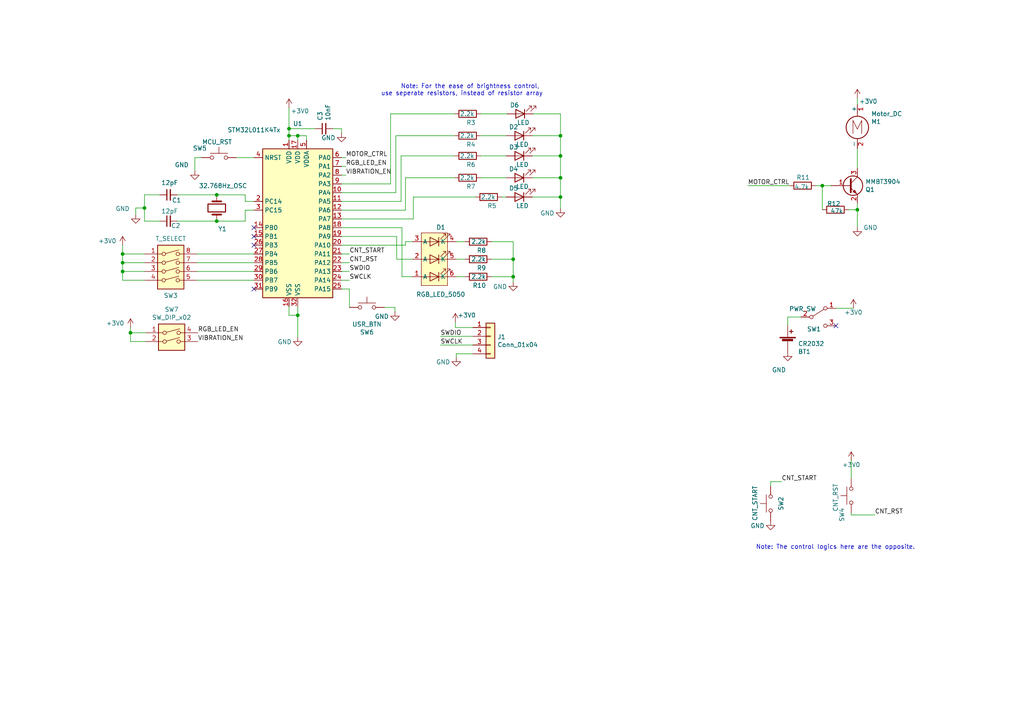
<source format=kicad_sch>
(kicad_sch (version 20200512) (host eeschema "(5.99.0-1734-g575ad7128)")
  (page 1 1)
  (paper "A4")
  (lib_symbols
    (symbol "Connector_Generic:Conn_01x04" (pin_names hide)
      (property "Reference" "J" (at 0 5.08 0))
      (property "Value" "Conn_01x04" (at 0 -7.62 0))
      (symbol "Conn_01x04_1_1"
        (rectangle (start -1.27 -4.953) (end 0 -5.207))
        (rectangle (start -1.27 -2.413) (end 0 -2.667))
        (rectangle (start -1.27 2.667) (end 0 2.413))
        (rectangle (start -1.27 3.81) (end 1.27 -6.35) (stroke (width 0.254)) (fill (type background)))
        (rectangle (start -1.27 0.127) (end 0 -0.127))
        (pin passive line (at -5.08 2.54 0) (length 3.81) (name "Pin_1") (number "1"))
        (pin passive line (at -5.08 0 0) (length 3.81) (name "Pin_2") (number "2"))
        (pin passive line (at -5.08 -2.54 0) (length 3.81) (name "Pin_3") (number "3"))
        (pin passive line (at -5.08 -5.08 0) (length 3.81) (name "Pin_4") (number "4"))
      )
    )
    (symbol "DLY_Customized:RGB_LED_5050"
      (property "Reference" "D" (at -5.08 0 0))
      (property "Value" "RGB_LED_5050" (at -10.16 -2.54 0))
      (symbol "RGB_LED_5050_0_1"
        (rectangle (start -2.54 2.54) (end 12.7 -5.08) (fill (type background)))
        (polyline (pts (xy 0 -2.54) (xy 0 -5.08)))
        (polyline (pts (xy 0 -2.54) (xy 0 0)))
        (polyline (pts (xy 0 0) (xy 0 2.54)))
        (polyline (pts (xy 1.27 -2.54) (xy -1.27 -2.54)) (stroke (width 0.2032)))
        (polyline (pts (xy 5.08 -2.54) (xy 5.08 -5.08)))
        (polyline (pts (xy 5.08 -2.54) (xy 5.08 0)))
        (polyline (pts (xy 5.08 2.54) (xy 5.08 0)))
        (polyline (pts (xy 6.35 -2.54) (xy 3.81 -2.54)) (stroke (width 0.2032)))
        (polyline (pts (xy 10.16 -2.54) (xy 10.16 -5.08)))
        (polyline (pts (xy 10.16 -2.54) (xy 10.16 0)))
        (polyline (pts (xy 10.16 2.54) (xy 10.16 0)))
        (polyline (pts (xy 11.43 -2.54) (xy 8.89 -2.54)) (stroke (width 0.2032)))
        (polyline (pts (xy 1.27 0) (xy -1.27 0) (xy 0 -2.54) (xy 1.27 0)) (stroke (width 0.2032)))
        (polyline (pts (xy 6.35 0) (xy 3.81 0) (xy 5.08 -2.54) (xy 6.35 0)) (stroke (width 0.2032)))
        (polyline (pts (xy 11.43 0) (xy 8.89 0) (xy 10.16 -2.54) (xy 11.43 0)) (stroke (width 0.2032)))
        (polyline (pts (xy 0.762 -4.318) (xy 2.286 -5.842) (xy 2.286 -5.08) (xy 2.286 -5.842) (xy 1.524 -5.842)))
        (polyline (pts (xy 0.762 -3.048) (xy 2.286 -4.572) (xy 2.286 -3.81) (xy 2.286 -4.572) (xy 1.524 -4.572)))
        (polyline (pts (xy 5.842 -4.318) (xy 7.366 -5.842) (xy 7.366 -5.08) (xy 7.366 -5.842) (xy 6.604 -5.842)))
        (polyline (pts (xy 5.842 -3.048) (xy 7.366 -4.572) (xy 7.366 -3.81) (xy 7.366 -4.572) (xy 6.604 -4.572)))
        (polyline (pts (xy 10.922 -4.318) (xy 12.446 -5.842) (xy 12.446 -5.08) (xy 12.446 -5.842) (xy 11.684 -5.842)))
        (polyline (pts (xy 10.922 -3.048) (xy 12.446 -4.572) (xy 12.446 -3.81) (xy 12.446 -4.572) (xy 11.684 -4.572)))
      )
      (symbol "RGB_LED_5050_1_1"
        (pin passive line (at 0 5.08 270) (length 2.54) (name "A") (number "1"))
        (pin passive line (at 5.08 5.08 270) (length 2.54) (name "A") (number "2"))
        (pin passive line (at 10.16 5.08 270) (length 2.54) (name "A") (number "3"))
        (pin passive line (at 10.16 -7.62 90) (length 2.54) (name "K") (number "4"))
        (pin passive line (at 5.08 -7.62 90) (length 2.54) (name "K") (number "5"))
        (pin passive line (at 0 -7.62 90) (length 2.54) (name "K") (number "6"))
      )
    )
    (symbol "Device:Battery_Cell" (pin_numbers hide) (pin_names (offset 0) hide)
      (property "Reference" "BT" (at 2.54 2.54 0))
      (property "Value" "Battery_Cell" (at 2.54 0 0))
      (symbol "Battery_Cell_0_1"
        (rectangle (start -2.286 1.778) (end 2.286 1.524) (fill (type outline)))
        (rectangle (start -1.5748 1.1938) (end 1.4732 0.6858) (fill (type outline)))
        (polyline (pts (xy 0 0.762) (xy 0 0)))
        (polyline (pts (xy 0 1.778) (xy 0 2.54)))
        (polyline (pts (xy 0.508 3.429) (xy 1.524 3.429)) (stroke (width 0.254)))
        (polyline (pts (xy 1.016 3.937) (xy 1.016 2.921)) (stroke (width 0.254)))
      )
      (symbol "Battery_Cell_1_1"
        (pin passive line (at 0 5.08 270) (length 2.54) (name "+") (number "1"))
        (pin passive line (at 0 -2.54 90) (length 2.54) (name "-") (number "2"))
      )
    )
    (symbol "Device:C_Small" (pin_numbers hide) (pin_names (offset 0.254) hide)
      (property "Reference" "C" (at 0.254 1.778 0))
      (property "Value" "C_Small" (at 0.254 -2.032 0))
      (symbol "C_Small_0_1"
        (polyline (pts (xy -1.524 -0.508) (xy 1.524 -0.508)) (stroke (width 0.3302)))
        (polyline (pts (xy -1.524 0.508) (xy 1.524 0.508)) (stroke (width 0.3048)))
      )
      (symbol "C_Small_1_1"
        (pin passive line (at 0 2.54 270) (length 2.032) (name "~") (number "1"))
        (pin passive line (at 0 -2.54 90) (length 2.032) (name "~") (number "2"))
      )
    )
    (symbol "Device:Crystal" (pin_numbers hide) (pin_names hide)
      (property "Reference" "Y" (at 0 3.81 0))
      (property "Value" "Crystal" (at 0 -3.81 0))
      (symbol "Crystal_0_1"
        (rectangle (start -1.143 2.54) (end 1.143 -2.54) (stroke (width 0.3048)))
        (polyline (pts (xy -2.54 0) (xy -1.905 0)))
        (polyline (pts (xy -1.905 -1.27) (xy -1.905 1.27)) (stroke (width 0.508)))
        (polyline (pts (xy 1.905 -1.27) (xy 1.905 1.27)) (stroke (width 0.508)))
        (polyline (pts (xy 2.54 0) (xy 1.905 0)))
      )
      (symbol "Crystal_1_1"
        (pin passive line (at -3.81 0 0) (length 1.27) (name "1") (number "1"))
        (pin passive line (at 3.81 0 180) (length 1.27) (name "2") (number "2"))
      )
    )
    (symbol "Device:LED" (pin_numbers hide) (pin_names hide)
      (property "Reference" "D" (at 0 2.54 0))
      (property "Value" "LED" (at 0 -2.54 0))
      (symbol "LED_0_1"
        (polyline (pts (xy -1.27 -1.27) (xy -1.27 1.27)) (stroke (width 0.254)))
        (polyline (pts (xy -1.27 0) (xy 1.27 0)))
        (polyline (pts (xy 1.27 -1.27) (xy 1.27 1.27) (xy -1.27 0) (xy 1.27 -1.27)) (stroke (width 0.254)))
        (polyline (pts (xy -3.048 -0.762) (xy -4.572 -2.286) (xy -3.81 -2.286) (xy -4.572 -2.286) (xy -4.572 -1.524)))
        (polyline (pts (xy -1.778 -0.762) (xy -3.302 -2.286) (xy -2.54 -2.286) (xy -3.302 -2.286) (xy -3.302 -1.524)))
      )
      (symbol "LED_1_1"
        (pin passive line (at -3.81 0 0) (length 2.54) (name "K") (number "1"))
        (pin passive line (at 3.81 0 180) (length 2.54) (name "A") (number "2"))
      )
    )
    (symbol "Device:R" (pin_numbers hide) (pin_names (offset 0))
      (property "Reference" "R" (at 2.032 0 90))
      (property "Value" "R" (at 0 0 90))
      (symbol "R_0_1"
        (rectangle (start -1.016 -2.54) (end 1.016 2.54) (stroke (width 0.254)))
      )
      (symbol "R_1_1"
        (pin passive line (at 0 3.81 270) (length 1.27) (name "~") (number "1"))
        (pin passive line (at 0 -3.81 90) (length 1.27) (name "~") (number "2"))
      )
    )
    (symbol "MCU_ST_STM32L0:STM32L011K4Tx" (pin_names (offset 0.508))
      (property "Reference" "U" (at -10.16 21.59 0))
      (property "Value" "STM32L011K4Tx" (at 5.08 21.59 0))
      (symbol "STM32L011K4Tx_0_1"
        (rectangle (start -10.16 -22.86) (end 10.16 20.32) (stroke (width 0.254)) (fill (type background)))
      )
      (symbol "STM32L011K4Tx_1_1"
        (pin input line (at -12.7 17.78 0) (length 2.54) (name "NRST") (number "4"))
        (pin bidirectional line (at 12.7 17.78 180) (length 2.54) (name "PA0") (number "6"))
        (pin bidirectional line (at 12.7 15.24 180) (length 2.54) (name "PA1") (number "7"))
        (pin bidirectional line (at 12.7 -7.62 180) (length 2.54) (name "PA10") (number "20"))
        (pin bidirectional line (at 12.7 -10.16 180) (length 2.54) (name "PA11") (number "21"))
        (pin bidirectional line (at 12.7 -12.7 180) (length 2.54) (name "PA12") (number "22"))
        (pin bidirectional line (at 12.7 -15.24 180) (length 2.54) (name "PA13") (number "23"))
        (pin bidirectional line (at 12.7 -17.78 180) (length 2.54) (name "PA14") (number "24"))
        (pin bidirectional line (at 12.7 -20.32 180) (length 2.54) (name "PA15") (number "25"))
        (pin bidirectional line (at 12.7 12.7 180) (length 2.54) (name "PA2") (number "8"))
        (pin bidirectional line (at 12.7 10.16 180) (length 2.54) (name "PA3") (number "9"))
        (pin bidirectional line (at 12.7 7.62 180) (length 2.54) (name "PA4") (number "10"))
        (pin bidirectional line (at 12.7 5.08 180) (length 2.54) (name "PA5") (number "11"))
        (pin bidirectional line (at 12.7 2.54 180) (length 2.54) (name "PA6") (number "12"))
        (pin bidirectional line (at 12.7 0 180) (length 2.54) (name "PA7") (number "13"))
        (pin bidirectional line (at 12.7 -2.54 180) (length 2.54) (name "PA8") (number "18"))
        (pin bidirectional line (at 12.7 -5.08 180) (length 2.54) (name "PA9") (number "19"))
        (pin bidirectional line (at -12.7 -2.54 0) (length 2.54) (name "PB0") (number "14"))
        (pin bidirectional line (at -12.7 -5.08 0) (length 2.54) (name "PB1") (number "15"))
        (pin bidirectional line (at -12.7 -7.62 0) (length 2.54) (name "PB3") (number "26"))
        (pin bidirectional line (at -12.7 -10.16 0) (length 2.54) (name "PB4") (number "27"))
        (pin bidirectional line (at -12.7 -12.7 0) (length 2.54) (name "PB5") (number "28"))
        (pin bidirectional line (at -12.7 -15.24 0) (length 2.54) (name "PB6") (number "29"))
        (pin bidirectional line (at -12.7 -17.78 0) (length 2.54) (name "PB7") (number "30"))
        (pin bidirectional line (at -12.7 -20.32 0) (length 2.54) (name "PB9") (number "31"))
        (pin bidirectional line (at -12.7 5.08 0) (length 2.54) (name "PC14") (number "2"))
        (pin bidirectional line (at -12.7 2.54 0) (length 2.54) (name "PC15") (number "3"))
        (pin power_in line (at -2.54 22.86 270) (length 2.54) (name "VDD") (number "1"))
        (pin power_in line (at 0 22.86 270) (length 2.54) (name "VDD") (number "17"))
        (pin power_in line (at 2.54 22.86 270) (length 2.54) (name "VDDA") (number "5"))
        (pin power_in line (at -2.54 -25.4 90) (length 2.54) (name "VSS") (number "16"))
        (pin power_in line (at 0 -25.4 90) (length 2.54) (name "VSS") (number "32"))
      )
    )
    (symbol "Motor:Motor_DC" (pin_names (offset 0))
      (property "Reference" "M" (at 2.54 2.54 0))
      (property "Value" "Motor_DC" (at 2.54 -5.08 0))
      (symbol "Motor_DC_0_1"
        (circle (center 0 -1.524) (radius 3.2512) (stroke (width 0.254)))
        (polyline (pts (xy 0 -7.62) (xy 0 -7.112)))
        (polyline (pts (xy 0 -4.7752) (xy 0 -5.1816)))
        (polyline (pts (xy 0 1.7272) (xy 0 2.0828)))
        (polyline (pts (xy 0 2.032) (xy 0 2.54)))
      )
      (symbol "Motor_DC_0_0"
        (polyline (pts (xy -1.27 -3.302) (xy -1.27 0.508) (xy 0 -2.032) (xy 1.27 0.508) (xy 1.27 -3.302)))
      )
      (symbol "Motor_DC_1_1"
        (pin passive line (at 0 5.08 270) (length 2.54) (name "+") (number "1"))
        (pin passive line (at 0 -7.62 90) (length 2.54) (name "-") (number "2"))
      )
    )
    (symbol "Switch:SW_DIP_x02" (pin_names (offset 0) hide)
      (property "Reference" "SW" (at 0 6.35 0))
      (property "Value" "SW_DIP_x02" (at 0 -3.81 0))
      (symbol "SW_DIP_x02_0_0"
        (circle (center -2.032 0) (radius 0.508))
        (circle (center -2.032 2.54) (radius 0.508))
        (circle (center 2.032 0) (radius 0.508))
        (circle (center 2.032 2.54) (radius 0.508))
        (polyline (pts (xy -1.524 0.127) (xy 2.3622 1.1684)))
        (polyline (pts (xy -1.524 2.667) (xy 2.3622 3.7084)))
      )
      (symbol "SW_DIP_x02_0_1"
        (rectangle (start -3.81 5.08) (end 3.81 -2.54) (stroke (width 0.254)) (fill (type background)))
      )
      (symbol "SW_DIP_x02_1_1"
        (pin passive line (at -7.62 2.54 0) (length 5.08) (name "~") (number "1"))
        (pin passive line (at -7.62 0 0) (length 5.08) (name "~") (number "2"))
        (pin passive line (at 7.62 0 180) (length 5.08) (name "~") (number "3"))
        (pin passive line (at 7.62 2.54 180) (length 5.08) (name "~") (number "4"))
      )
    )
    (symbol "Switch:SW_DIP_x04" (pin_names (offset 0) hide)
      (property "Reference" "SW" (at 0 8.89 0))
      (property "Value" "SW_DIP_x04" (at 0 -6.35 0))
      (symbol "SW_DIP_x04_0_0"
        (circle (center -2.032 -2.54) (radius 0.508))
        (circle (center -2.032 0) (radius 0.508))
        (circle (center -2.032 2.54) (radius 0.508))
        (circle (center -2.032 5.08) (radius 0.508))
        (circle (center 2.032 -2.54) (radius 0.508))
        (circle (center 2.032 0) (radius 0.508))
        (circle (center 2.032 2.54) (radius 0.508))
        (circle (center 2.032 5.08) (radius 0.508))
        (polyline (pts (xy -1.524 -2.3876) (xy 2.3622 -1.3462)))
        (polyline (pts (xy -1.524 0.127) (xy 2.3622 1.1684)))
        (polyline (pts (xy -1.524 2.667) (xy 2.3622 3.7084)))
        (polyline (pts (xy -1.524 5.207) (xy 2.3622 6.2484)))
      )
      (symbol "SW_DIP_x04_0_1"
        (rectangle (start -3.81 7.62) (end 3.81 -5.08) (stroke (width 0.254)) (fill (type background)))
      )
      (symbol "SW_DIP_x04_1_1"
        (pin passive line (at -7.62 5.08 0) (length 5.08) (name "~") (number "1"))
        (pin passive line (at -7.62 2.54 0) (length 5.08) (name "~") (number "2"))
        (pin passive line (at -7.62 0 0) (length 5.08) (name "~") (number "3"))
        (pin passive line (at -7.62 -2.54 0) (length 5.08) (name "~") (number "4"))
        (pin passive line (at 7.62 -2.54 180) (length 5.08) (name "~") (number "5"))
        (pin passive line (at 7.62 0 180) (length 5.08) (name "~") (number "6"))
        (pin passive line (at 7.62 2.54 180) (length 5.08) (name "~") (number "7"))
        (pin passive line (at 7.62 5.08 180) (length 5.08) (name "~") (number "8"))
      )
    )
    (symbol "Switch:SW_Push" (pin_numbers hide) (pin_names hide)
      (property "Reference" "SW" (at 1.27 2.54 0))
      (property "Value" "SW_Push" (at 0 -1.524 0))
      (symbol "SW_Push_0_1"
        (circle (center -2.032 0) (radius 0.508))
        (circle (center 2.032 0) (radius 0.508))
        (polyline (pts (xy 0 1.27) (xy 0 3.048)))
        (polyline (pts (xy 2.54 1.27) (xy -2.54 1.27)))
        (pin passive line (at -5.08 0 0) (length 2.54) (name "1") (number "1"))
        (pin passive line (at 5.08 0 180) (length 2.54) (name "2") (number "2"))
      )
    )
    (symbol "Switch:SW_SPDT" (pin_names (offset 0) hide)
      (property "Reference" "SW" (at 0 4.318 0))
      (property "Value" "SW_SPDT" (at 0 -5.08 0))
      (symbol "SW_SPDT_0_0"
        (circle (center -2.032 0) (radius 0.508))
        (circle (center 2.032 -2.54) (radius 0.508))
      )
      (symbol "SW_SPDT_0_1"
        (circle (center 2.032 2.54) (radius 0.508))
        (polyline (pts (xy -1.524 0.254) (xy 1.651 2.286)))
      )
      (symbol "SW_SPDT_1_1"
        (pin passive line (at 5.08 2.54 180) (length 2.54) (name "A") (number "1"))
        (pin passive line (at -5.08 0 0) (length 2.54) (name "B") (number "2"))
        (pin passive line (at 5.08 -2.54 180) (length 2.54) (name "C") (number "3"))
      )
    )
    (symbol "Transistor_BJT:MMBT3904" (pin_names (offset 0) hide)
      (property "Reference" "Q" (at 5.08 1.905 0))
      (property "Value" "MMBT3904" (at 5.08 0 0))
      (symbol "MMBT3904_0_1"
        (circle (center 1.27 0) (radius 2.8194) (stroke (width 0.254)))
        (polyline (pts (xy 0.635 0.635) (xy 2.54 2.54)))
        (polyline (pts (xy 0.635 -0.635) (xy 2.54 -2.54) (xy 2.54 -2.54)))
        (polyline (pts (xy 0.635 1.905) (xy 0.635 -1.905) (xy 0.635 -1.905)) (stroke (width 0.508)))
        (polyline (pts (xy 1.27 -1.778) (xy 1.778 -1.27) (xy 2.286 -2.286) (xy 1.27 -1.778) (xy 1.27 -1.778)) (fill (type outline)))
      )
      (symbol "MMBT3904_1_1"
        (pin input line (at -5.08 0 0) (length 5.715) (name "B") (number "1"))
        (pin passive line (at 2.54 -5.08 90) (length 2.54) (name "E") (number "2"))
        (pin passive line (at 2.54 5.08 270) (length 2.54) (name "C") (number "3"))
      )
    )
    (symbol "power:+3V0" (power) (pin_names (offset 0))
      (property "Value" "+3V0" (at 0 3.556 0))
      (symbol "+3V0_0_1"
        (polyline (pts (xy -0.762 1.27) (xy 0 2.54)))
        (polyline (pts (xy 0 0) (xy 0 2.54)))
        (polyline (pts (xy 0 2.54) (xy 0.762 1.27)))
      )
      (symbol "+3V0_1_1"
        (pin power_in line (at 0 0 90) (length 0) (name "+3V0") (number "1") hide)
      )
    )
    (symbol "power:GND" (power) (pin_names (offset 0))
      (property "Value" "GND" (at 0 -3.81 0))
      (symbol "GND_0_1"
        (polyline (pts (xy 0 0) (xy 0 -1.27) (xy 1.27 -1.27) (xy 0 -2.54) (xy -1.27 -1.27) (xy 0 -1.27)))
      )
      (symbol "GND_1_1"
        (pin power_in line (at 0 0 270) (length 0) (name "GND") (number "1") hide)
      )
    )
  )
  (junction (at 35.56 73.66))
  (junction (at 35.56 76.2))
  (junction (at 35.56 78.74))
  (junction (at 37.846 96.52))
  (junction (at 41.91 60.325))
  (junction (at 62.865 56.515))
  (junction (at 62.865 64.135))
  (junction (at 83.82 37.338))
  (junction (at 83.82 39.37))
  (junction (at 86.36 39.37))
  (junction (at 86.36 91.44))
  (junction (at 148.844 75.184))
  (junction (at 148.844 80.264))
  (junction (at 162.56 39.37))
  (junction (at 162.56 45.212))
  (junction (at 162.56 51.562))
  (junction (at 162.56 57.15))
  (junction (at 238.506 53.848))
  (junction (at 248.666 60.833))
  (no_connect (at 242.443 94.488))
  (no_connect (at 73.66 71.12))
  (no_connect (at 73.66 83.82))
  (no_connect (at 73.66 68.58))
  (no_connect (at 73.66 66.04))
  (wire (pts (xy 35.56 73.66) (xy 35.56 71.12)))
  (wire (pts (xy 35.56 76.2) (xy 35.56 73.66)))
  (wire (pts (xy 35.56 78.74) (xy 35.56 76.2)))
  (wire (pts (xy 35.56 81.28) (xy 35.56 78.74)))
  (wire (pts (xy 37.846 94.996) (xy 37.846 96.52)))
  (wire (pts (xy 37.846 96.52) (xy 37.846 99.06)))
  (wire (pts (xy 39.37 60.325) (xy 41.91 60.325)))
  (wire (pts (xy 39.37 62.23) (xy 39.37 60.325)))
  (wire (pts (xy 41.91 56.515) (xy 41.91 60.325)))
  (wire (pts (xy 41.91 60.325) (xy 41.91 64.135)))
  (wire (pts (xy 41.91 64.135) (xy 46.355 64.135)))
  (wire (pts (xy 41.91 73.66) (xy 35.56 73.66)))
  (wire (pts (xy 41.91 76.2) (xy 35.56 76.2)))
  (wire (pts (xy 41.91 78.74) (xy 35.56 78.74)))
  (wire (pts (xy 41.91 81.28) (xy 35.56 81.28)))
  (wire (pts (xy 42.164 96.52) (xy 37.846 96.52)))
  (wire (pts (xy 42.164 99.06) (xy 37.846 99.06)))
  (wire (pts (xy 46.355 56.515) (xy 41.91 56.515)))
  (wire (pts (xy 51.435 56.515) (xy 62.865 56.515)))
  (wire (pts (xy 51.435 64.135) (xy 62.865 64.135)))
  (wire (pts (xy 56.515 45.72) (xy 56.515 49.53)))
  (wire (pts (xy 57.15 73.66) (xy 73.66 73.66)))
  (wire (pts (xy 57.15 76.2) (xy 73.66 76.2)))
  (wire (pts (xy 57.15 78.74) (xy 73.66 78.74)))
  (wire (pts (xy 57.15 81.28) (xy 73.66 81.28)))
  (wire (pts (xy 58.42 45.72) (xy 56.515 45.72)))
  (wire (pts (xy 62.865 56.515) (xy 71.12 56.515)))
  (wire (pts (xy 68.58 45.72) (xy 73.66 45.72)))
  (wire (pts (xy 71.12 56.515) (xy 71.12 58.42)))
  (wire (pts (xy 71.12 58.42) (xy 73.66 58.42)))
  (wire (pts (xy 71.12 60.96) (xy 71.12 64.135)))
  (wire (pts (xy 71.12 64.135) (xy 62.865 64.135)))
  (wire (pts (xy 73.66 60.96) (xy 71.12 60.96)))
  (wire (pts (xy 83.82 31.242) (xy 83.82 37.338)))
  (wire (pts (xy 83.82 37.338) (xy 83.82 39.37)))
  (wire (pts (xy 83.82 37.338) (xy 91.44 37.338)))
  (wire (pts (xy 83.82 39.37) (xy 83.82 40.64)))
  (wire (pts (xy 83.82 88.9) (xy 83.82 91.44)))
  (wire (pts (xy 83.82 91.44) (xy 86.36 91.44)))
  (wire (pts (xy 86.36 39.37) (xy 83.82 39.37)))
  (wire (pts (xy 86.36 40.64) (xy 86.36 39.37)))
  (wire (pts (xy 86.36 88.9) (xy 86.36 91.44)))
  (wire (pts (xy 86.36 91.44) (xy 86.36 97.79)))
  (wire (pts (xy 88.9 39.37) (xy 86.36 39.37)))
  (wire (pts (xy 88.9 40.64) (xy 88.9 39.37)))
  (wire (pts (xy 99.06 37.338) (xy 96.52 37.338)))
  (wire (pts (xy 99.06 38.608) (xy 99.06 37.338)))
  (wire (pts (xy 99.06 45.72) (xy 100.33 45.72)))
  (wire (pts (xy 99.06 48.26) (xy 100.33 48.26)))
  (wire (pts (xy 99.06 50.8) (xy 100.33 50.8)))
  (wire (pts (xy 99.06 53.34) (xy 113.284 53.34)))
  (wire (pts (xy 99.06 55.88) (xy 114.808 55.88)))
  (wire (pts (xy 99.06 60.96) (xy 117.602 60.96)))
  (wire (pts (xy 99.06 68.58) (xy 115.062 68.58)))
  (wire (pts (xy 99.06 71.12) (xy 117.602 71.12)))
  (wire (pts (xy 99.06 73.66) (xy 101.346 73.66)))
  (wire (pts (xy 99.06 76.2) (xy 101.346 76.2)))
  (wire (pts (xy 99.06 78.74) (xy 101.346 78.74)))
  (wire (pts (xy 99.06 81.28) (xy 101.346 81.28)))
  (wire (pts (xy 99.06 83.82) (xy 101.346 83.82)))
  (wire (pts (xy 101.346 83.82) (xy 101.346 89.154)))
  (wire (pts (xy 113.284 33.02) (xy 113.284 53.34)))
  (wire (pts (xy 113.284 33.02) (xy 131.826 33.02)))
  (wire (pts (xy 114.554 89.154) (xy 111.506 89.154)))
  (wire (pts (xy 114.554 90.424) (xy 114.554 89.154)))
  (wire (pts (xy 114.808 39.37) (xy 131.826 39.37)))
  (wire (pts (xy 114.808 55.88) (xy 114.808 39.37)))
  (wire (pts (xy 115.062 68.58) (xy 115.062 75.184)))
  (wire (pts (xy 115.062 75.184) (xy 119.634 75.184)))
  (wire (pts (xy 116.332 45.212) (xy 116.332 58.42)))
  (wire (pts (xy 116.332 45.212) (xy 131.826 45.212)))
  (wire (pts (xy 116.332 58.42) (xy 99.06 58.42)))
  (wire (pts (xy 116.586 66.04) (xy 99.06 66.04)))
  (wire (pts (xy 116.586 66.04) (xy 116.586 80.264)))
  (wire (pts (xy 116.586 80.264) (xy 119.634 80.264)))
  (wire (pts (xy 117.602 51.562) (xy 117.602 60.96)))
  (wire (pts (xy 117.602 51.562) (xy 131.826 51.562)))
  (wire (pts (xy 117.602 70.104) (xy 117.602 71.12)))
  (wire (pts (xy 119.634 70.104) (xy 117.602 70.104)))
  (wire (pts (xy 119.888 57.15) (xy 119.888 63.5)))
  (wire (pts (xy 119.888 57.15) (xy 137.922 57.15)))
  (wire (pts (xy 119.888 63.5) (xy 99.06 63.5)))
  (wire (pts (xy 127.762 97.536) (xy 137.16 97.536)))
  (wire (pts (xy 127.762 100.076) (xy 137.16 100.076)))
  (wire (pts (xy 132.08 93.472) (xy 132.08 94.996)))
  (wire (pts (xy 132.08 94.996) (xy 137.16 94.996)))
  (wire (pts (xy 132.334 70.104) (xy 134.874 70.104)))
  (wire (pts (xy 132.334 75.184) (xy 134.874 75.184)))
  (wire (pts (xy 132.334 80.264) (xy 134.874 80.264)))
  (wire (pts (xy 132.334 102.616) (xy 137.16 102.616)))
  (wire (pts (xy 132.334 103.632) (xy 132.334 102.616)))
  (wire (pts (xy 139.446 33.02) (xy 147.066 33.02)))
  (wire (pts (xy 139.446 39.37) (xy 146.812 39.37)))
  (wire (pts (xy 139.446 45.212) (xy 146.812 45.212)))
  (wire (pts (xy 139.446 51.562) (xy 146.812 51.562)))
  (wire (pts (xy 142.494 70.104) (xy 148.844 70.104)))
  (wire (pts (xy 142.494 75.184) (xy 148.844 75.184)))
  (wire (pts (xy 142.494 80.264) (xy 148.844 80.264)))
  (wire (pts (xy 145.542 57.15) (xy 146.812 57.15)))
  (wire (pts (xy 148.844 75.184) (xy 148.844 70.104)))
  (wire (pts (xy 148.844 80.264) (xy 148.844 75.184)))
  (wire (pts (xy 148.844 80.264) (xy 148.844 81.788)))
  (wire (pts (xy 154.432 39.37) (xy 162.56 39.37)))
  (wire (pts (xy 154.432 45.212) (xy 162.56 45.212)))
  (wire (pts (xy 154.432 51.562) (xy 162.56 51.562)))
  (wire (pts (xy 154.432 57.15) (xy 162.56 57.15)))
  (wire (pts (xy 154.686 33.02) (xy 162.56 33.02)))
  (wire (pts (xy 162.56 33.02) (xy 162.56 39.37)))
  (wire (pts (xy 162.56 39.37) (xy 162.56 45.212)))
  (wire (pts (xy 162.56 45.212) (xy 162.56 51.562)))
  (wire (pts (xy 162.56 51.562) (xy 162.56 57.15)))
  (wire (pts (xy 162.56 57.15) (xy 162.56 60.452)))
  (wire (pts (xy 216.916 53.848) (xy 228.981 53.848)))
  (wire (pts (xy 223.52 139.7) (xy 223.52 140.97)))
  (wire (pts (xy 223.52 139.7) (xy 226.695 139.7)))
  (wire (pts (xy 228.473 91.948) (xy 228.473 94.488)))
  (wire (pts (xy 232.283 91.948) (xy 228.473 91.948)))
  (wire (pts (xy 236.601 53.848) (xy 238.506 53.848)))
  (wire (pts (xy 238.506 53.848) (xy 241.046 53.848)))
  (wire (pts (xy 238.506 60.833) (xy 238.506 53.848)))
  (wire (pts (xy 242.443 89.408) (xy 247.523 89.408)))
  (wire (pts (xy 246.126 60.833) (xy 248.666 60.833)))
  (wire (pts (xy 246.888 133.604) (xy 246.888 138.684)))
  (wire (pts (xy 246.888 148.844) (xy 246.888 149.352)))
  (wire (pts (xy 248.666 28.448) (xy 248.666 30.353)))
  (wire (pts (xy 248.666 43.053) (xy 248.666 48.768)))
  (wire (pts (xy 248.666 58.928) (xy 248.666 60.833)))
  (wire (pts (xy 248.666 60.833) (xy 248.666 65.913)))
  (wire (pts (xy 253.746 149.352) (xy 246.888 149.352)))
  (text "Note: For the ease of brightness control, \nuse seperate resistors, instead of resistor array\n" (at 157.48 27.94 0) (effects (font (size 1.27 1.27)) (justify right bottom)))
  (text "Note: The control logics here are the opposite." (at 265.43 159.512 180) (effects (font (size 1.27 1.27)) (justify right bottom)))
  (label "RGB_LED_EN" (at 57.404 96.52 0))
  (label "VIBRATION_EN" (at 57.404 99.06 0))
  (label "MOTOR_CTRL" (at 100.33 45.72 0))
  (label "RGB_LED_EN" (at 100.33 48.26 0))
  (label "VIBRATION_EN" (at 100.33 50.8 0))
  (label "CNT_START" (at 101.346 73.66 0))
  (label "CNT_RST" (at 101.346 76.2 0))
  (label "SWDIO" (at 101.346 78.74 0))
  (label "SWCLK" (at 101.346 81.28 0))
  (label "SWDIO" (at 127.762 97.536 0))
  (label "SWCLK" (at 127.762 100.076 0))
  (label "MOTOR_CTRL" (at 216.916 53.848 0))
  (label "CNT_START" (at 226.695 139.7 0))
  (label "CNT_RST" (at 253.746 149.352 0))
  (symbol (lib_id "power:+3V0") (at 35.56 71.12 0) (unit 1)
    (property "Reference" "#PWR0111" (effects hide))
    (property "Value" "+3V0" (at 31.115 69.8754 0))
  )
  (symbol (lib_id "power:+3V0") (at 37.846 94.996 0) (unit 1)
    (property "Reference" "#PWR0101" (effects hide))
    (property "Value" "+3V0" (at 33.401 93.7514 0))
  )
  (symbol (lib_id "power:+3V0") (at 83.82 31.242 0) (unit 1)
    (property "Reference" "#PWR0116" (effects hide))
    (property "Value" "+3V0" (at 86.995 32.2072 0))
  )
  (symbol (lib_id "power:+3V0") (at 132.08 93.472 0) (unit 1)
    (property "Reference" "#PWR0117" (effects hide))
    (property "Value" "+3V0" (at 135.382 91.44 0))
  )
  (symbol (lib_id "power:+3V0") (at 246.888 133.604 0) (unit 1)
    (property "Reference" "#PWR0103" (effects hide))
    (property "Value" "+3V0" (at 246.888 134.7978 0))
  )
  (symbol (lib_id "power:+3V0") (at 247.523 89.408 0) (unit 1)
    (property "Reference" "#PWR0113" (effects hide))
    (property "Value" "+3V0" (at 247.523 90.6018 0))
  )
  (symbol (lib_id "power:+3V0") (at 248.666 28.448 0) (unit 1)
    (property "Reference" "#PWR0108" (effects hide))
    (property "Value" "+3V0" (at 251.841 29.4132 0))
  )
  (symbol (lib_id "power:GND") (at 39.37 62.23 0) (unit 1)
    (property "Reference" "#PWR0112" (effects hide))
    (property "Value" "GND" (at 35.56 60.5282 0))
  )
  (symbol (lib_id "power:GND") (at 56.515 49.53 0) (unit 1)
    (property "Reference" "#PWR0110" (effects hide))
    (property "Value" "GND" (at 52.705 47.8282 0))
  )
  (symbol (lib_id "power:GND") (at 86.36 97.79 0) (unit 1)
    (property "Reference" "#PWR0104" (effects hide))
    (property "Value" "GND" (at 82.55 99.1616 0))
  )
  (symbol (lib_id "power:GND") (at 99.06 38.608 0) (unit 1)
    (property "Reference" "#PWR0119" (effects hide))
    (property "Value" "GND" (at 95.25 39.9796 0))
  )
  (symbol (lib_id "power:GND") (at 114.554 90.424 0) (unit 1)
    (property "Reference" "#PWR0115" (effects hide))
    (property "Value" "GND" (at 110.744 91.7956 0))
  )
  (symbol (lib_id "power:GND") (at 132.334 103.632 0) (unit 1)
    (property "Reference" "#PWR0118" (effects hide))
    (property "Value" "GND" (at 128.524 105.0036 0))
  )
  (symbol (lib_id "power:GND") (at 148.844 81.788 0) (unit 1)
    (property "Reference" "#PWR0107" (effects hide))
    (property "Value" "GND" (at 145.034 83.1596 0))
  )
  (symbol (lib_id "power:GND") (at 162.56 60.452 0) (unit 1)
    (property "Reference" "#PWR0106" (effects hide))
    (property "Value" "GND" (at 158.75 61.8236 0))
  )
  (symbol (lib_id "power:GND") (at 223.52 151.13 0) (unit 1)
    (property "Reference" "#PWR0105" (effects hide))
    (property "Value" "GND" (at 219.71 152.5016 0))
  )
  (symbol (lib_id "power:GND") (at 228.473 102.108 0) (unit 1)
    (property "Reference" "#PWR0114" (effects hide))
    (property "Value" "GND" (at 225.933 107.2896 0))
  )
  (symbol (lib_id "power:GND") (at 248.666 65.913 0) (unit 1)
    (property "Reference" "#PWR0109" (effects hide))
    (property "Value" "GND" (at 252.476 66.0146 0))
  )
  (symbol (lib_id "Device:R") (at 135.636 33.02 90) (unit 1)
    (property "Reference" "R3" (at 137.9474 35.56 90) (effects (justify left)))
    (property "Value" "2.2k" (at 137.6172 33.02 90) (effects (justify left)))
    (property "Footprint" "Resistor_SMD:R_0603_1608Metric" (effects hide))
  )
  (symbol (lib_id "Device:R") (at 135.636 39.37 90) (unit 1)
    (property "Reference" "R4" (at 137.9474 41.91 90) (effects (justify left)))
    (property "Value" "2.2k" (at 137.6172 39.37 90) (effects (justify left)))
    (property "Footprint" "Resistor_SMD:R_0603_1608Metric" (effects hide))
  )
  (symbol (lib_id "Device:R") (at 135.636 45.212 90) (unit 1)
    (property "Reference" "R6" (at 137.9474 47.752 90) (effects (justify left)))
    (property "Value" "2.2k" (at 137.6172 45.212 90) (effects (justify left)))
    (property "Footprint" "Resistor_SMD:R_0603_1608Metric" (effects hide))
  )
  (symbol (lib_id "Device:R") (at 135.636 51.562 90) (unit 1)
    (property "Reference" "R7" (at 137.9474 54.102 90) (effects (justify left)))
    (property "Value" "2.2k" (at 137.6172 51.562 90) (effects (justify left)))
    (property "Footprint" "Resistor_SMD:R_0603_1608Metric" (effects hide))
  )
  (symbol (lib_id "Device:R") (at 138.684 70.104 90) (unit 1)
    (property "Reference" "R8" (at 140.9954 72.644 90) (effects (justify left)))
    (property "Value" "2.2k" (at 140.9446 70.0786 90) (effects (justify left)))
    (property "Footprint" "Resistor_SMD:R_0603_1608Metric" (effects hide))
  )
  (symbol (lib_id "Device:R") (at 138.684 75.184 90) (unit 1)
    (property "Reference" "R9" (at 140.9954 77.724 90) (effects (justify left)))
    (property "Value" "2.2k" (at 140.9446 75.1586 90) (effects (justify left)))
    (property "Footprint" "Resistor_SMD:R_0603_1608Metric" (effects hide))
  )
  (symbol (lib_id "Device:R") (at 138.684 80.264 90) (unit 1)
    (property "Reference" "R10" (at 140.9954 82.804 90) (effects (justify left)))
    (property "Value" "2.2k" (at 140.9446 80.2386 90) (effects (justify left)))
    (property "Footprint" "Resistor_SMD:R_0603_1608Metric" (effects hide))
  )
  (symbol (lib_id "Device:R") (at 141.732 57.15 90) (unit 1)
    (property "Reference" "R5" (at 144.0434 59.69 90) (effects (justify left)))
    (property "Value" "2.2k" (at 143.7132 57.15 90) (effects (justify left)))
    (property "Footprint" "Resistor_SMD:R_0603_1608Metric" (effects hide))
  )
  (symbol (lib_id "Device:R") (at 232.791 53.848 90) (unit 1)
    (property "Reference" "R11" (at 232.9434 51.4604 90))
    (property "Value" "4.7k" (at 232.537 54.229 90))
    (property "Footprint" "Resistor_SMD:R_0603_1608Metric" (effects hide))
  )
  (symbol (lib_id "Device:R") (at 242.316 60.833 90) (unit 1)
    (property "Reference" "R12" (at 241.8334 59.0804 90))
    (property "Value" "47k" (at 242.697 61.214 90))
    (property "Footprint" "Resistor_SMD:R_0603_1608Metric" (effects hide))
  )
  (symbol (lib_id "Device:C_Small") (at 48.895 56.515 90) (unit 1)
    (property "Reference" "C1" (at 51.2318 58.0898 90))
    (property "Value" "12pF" (at 49.1998 53.0098 90))
    (property "Footprint" "Capacitor_SMD:C_0603_1608Metric" (effects hide))
  )
  (symbol (lib_id "Device:C_Small") (at 48.895 64.135 90) (unit 1)
    (property "Reference" "C2" (at 50.9778 65.4558 90))
    (property "Value" "12pF" (at 49.1998 61.2648 90))
    (property "Footprint" "Capacitor_SMD:C_0603_1608Metric" (effects hide))
  )
  (symbol (lib_id "Device:C_Small") (at 93.98 37.338 90) (unit 1)
    (property "Reference" "C3" (at 92.837 35.0012 0) (effects (justify left)))
    (property "Value" "10nF" (at 95.123 35.0266 0) (effects (justify left)))
    (property "Footprint" "Capacitor_SMD:C_0603_1608Metric" (effects hide))
  )
  (symbol (lib_id "Device:LED") (at 150.622 39.37 180) (unit 1)
    (property "Reference" "D2" (at 148.971 36.83 0))
    (property "Value" "LED" (at 151.511 41.91 0))
    (property "Footprint" "LED_SMD:LED_0603_1608Metric" (effects hide))
  )
  (symbol (lib_id "Device:LED") (at 150.622 45.212 180) (unit 1)
    (property "Reference" "D3" (at 148.971 42.672 0))
    (property "Value" "LED" (at 151.511 47.752 0))
    (property "Footprint" "LED_SMD:LED_0603_1608Metric" (effects hide))
  )
  (symbol (lib_id "Device:LED") (at 150.622 51.562 180) (unit 1)
    (property "Reference" "D4" (at 148.971 49.022 0))
    (property "Value" "LED" (at 151.511 54.102 0))
    (property "Footprint" "LED_SMD:LED_0603_1608Metric" (effects hide))
  )
  (symbol (lib_id "Device:LED") (at 150.622 57.15 180) (unit 1)
    (property "Reference" "D5" (at 148.971 54.61 0))
    (property "Value" "LED" (at 151.511 59.69 0))
    (property "Footprint" "LED_SMD:LED_0603_1608Metric" (effects hide))
  )
  (symbol (lib_id "Device:LED") (at 150.876 33.02 180) (unit 1)
    (property "Reference" "D6" (at 149.225 30.48 0))
    (property "Value" "LED" (at 151.765 35.56 0))
    (property "Footprint" "LED_SMD:LED_0603_1608Metric" (effects hide))
  )
  (symbol (lib_id "Device:Battery_Cell") (at 228.473 99.568 0) (unit 1)
    (property "Reference" "BT1" (at 231.4702 101.981 0) (effects (justify left)))
    (property "Value" "CR2032" (at 231.4702 99.695 0) (effects (justify left)))
    (property "Footprint" "LTD_Customized:CR2032_Battery_Holder" (effects hide))
  )
  (symbol (lib_id "Switch:SW_Push") (at 63.5 45.72 0) (unit 1)
    (property "Reference" "SW5" (at 57.9628 43.0022 0))
    (property "Value" "MCU_RST" (at 62.9666 41.1734 0))
    (property "Footprint" "LTD_Customized:USAKRO UK-B0273-SP25Y" (effects hide))
  )
  (symbol (lib_id "Switch:SW_Push") (at 106.426 89.154 0) (unit 1)
    (property "Reference" "SW6" (at 106.426 96.3676 0))
    (property "Value" "USR_BTN" (at 106.426 94.0562 0))
    (property "Footprint" "LTD_Customized:USAKRO UK-B0273-SP25Y" (effects hide))
  )
  (symbol (lib_id "Switch:SW_Push") (at 223.52 146.05 90) (unit 1)
    (property "Reference" "SW2" (at 226.5172 146.05 0))
    (property "Value" "CNT_START" (at 218.9734 145.9484 0))
    (property "Footprint" "LTD_Customized:Alps_SMD_Button_SKPMAPE010" (effects hide))
  )
  (symbol (lib_id "Switch:SW_Push") (at 246.888 143.764 90) (unit 1)
    (property "Reference" "SW4" (at 244.1702 149.3012 0))
    (property "Value" "CNT_RST" (at 242.3414 144.2974 0))
    (property "Footprint" "LTD_Customized:Alps_SMD_Button_SKPMAPE010" (effects hide))
  )
  (symbol (lib_id "Device:Crystal") (at 62.865 60.325 90) (unit 1)
    (property "Reference" "Y1" (at 65.7606 66.3956 90) (effects (justify left)))
    (property "Value" "32.768Hz_OSC" (at 71.6788 53.8988 90) (effects (justify left)))
    (property "Footprint" "Crystal:Crystal_SMD_3215-2Pin_3.2x1.5mm" (effects hide))
  )
  (symbol (lib_id "Connector_Generic:Conn_01x04") (at 142.24 97.536 0) (unit 1)
    (property "Reference" "J1" (at 144.272 97.7138 0) (effects (justify left)))
    (property "Value" "Conn_01x04" (at 144.272 99.9998 0) (effects (justify left)))
    (property "Footprint" "Connector_PinSocket_1.27mm:PinSocket_1x04_P1.27mm_Vertical" (effects hide))
  )
  (symbol (lib_id "Switch:SW_SPDT") (at 237.363 91.948 0) (unit 1)
    (property "Reference" "SW1" (at 236.093 95.4532 0))
    (property "Value" "PWR_SW" (at 232.791 89.5858 0))
    (property "Footprint" "LTD_Customized:Shouhan MSK12C02" (effects hide))
  )
  (symbol (lib_id "Motor:Motor_DC") (at 248.666 35.433 0) (unit 1)
    (property "Reference" "M1" (at 252.6792 35.306 0) (effects (justify left)))
    (property "Value" "Motor_DC" (at 252.6792 33.02 0) (effects (justify left)))
    (property "Footprint" "LTD_Customized:Vibration Motor 10mm" (effects hide))
  )
  (symbol (lib_id "Transistor_BJT:MMBT3904") (at 246.126 53.848 0) (unit 1)
    (property "Reference" "Q1" (at 250.9774 54.991 0) (effects (justify left)))
    (property "Value" "MMBT3904" (at 250.9774 52.705 0) (effects (justify left)))
    (property "Footprint" "Package_TO_SOT_SMD:SOT-23" (effects hide))
    (property "Datasheet" "https://www.fairchildsemi.com/datasheets/2N/2N3904.pdf" (effects hide))
  )
  (symbol (lib_id "Switch:SW_DIP_x02") (at 49.784 99.06 0) (unit 1)
    (property "Reference" "SW7" (at 49.784 89.7636 0))
    (property "Value" "SW_DIP_x02" (at 49.784 92.075 0))
    (property "Footprint" "LTD_Customized:Diptronics_SW_DIP_DHN-02-V-T-R" (effects hide))
  )
  (symbol (lib_id "DLY_Customized:RGB_LED_5050") (at 124.714 80.264 90) (unit 1)
    (property "Reference" "D1" (at 127.8636 65.9384 90))
    (property "Value" "RGB_LED_5050" (at 127.8382 85.3948 90))
    (property "Footprint" "LED_SMD:LED_RGB_5050-6" (effects hide))
  )
  (symbol (lib_id "Switch:SW_DIP_x04") (at 49.53 78.74 0) (unit 1)
    (property "Reference" "SW3" (at 49.53 85.725 0))
    (property "Value" "T_SELECT" (at 49.53 69.215 0))
    (property "Footprint" "LTD_Customized:Diptronics DMR-04-V-TR" (effects hide))
  )
  (symbol (lib_id "MCU_ST_STM32L0:STM32L011K4Tx") (at 86.36 63.5 0) (unit 1)
    (property "Reference" "U1" (at 86.36 35.8648 0))
    (property "Value" "STM32L011K4Tx" (at 73.66 37.6936 0))
    (property "Footprint" "Package_QFP:LQFP-32_7x7mm_P0.8mm" (effects hide))
    (property "Datasheet" "http://www.st.com/st-web-ui/static/active/en/resource/technical/document/datasheet/DM00206508.pdf" (effects hide))
  )
)
</source>
